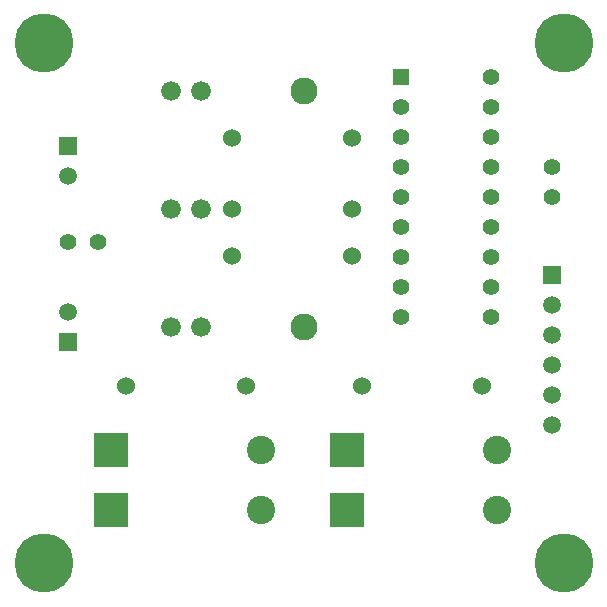
<source format=gbs>
G04 (created by PCBNEW (2013-07-07 BZR 4022)-stable) date 2015/03/10 23:26:39*
%MOIN*%
G04 Gerber Fmt 3.4, Leading zero omitted, Abs format*
%FSLAX34Y34*%
G01*
G70*
G90*
G04 APERTURE LIST*
%ADD10C,0.00629921*%
%ADD11C,0.09*%
%ADD12C,0.066*%
%ADD13C,0.0944882*%
%ADD14R,0.11811X0.11811*%
%ADD15C,0.19685*%
%ADD16R,0.055X0.055*%
%ADD17C,0.055*%
%ADD18C,0.06*%
%ADD19R,0.0590551X0.0590551*%
%ADD20C,0.0590551*%
G04 APERTURE END LIST*
G54D10*
G54D11*
X49212Y-22440D03*
X49212Y-30314D03*
G54D12*
X45775Y-30314D03*
X44775Y-30314D03*
X45775Y-26377D03*
X44775Y-26377D03*
X45775Y-22440D03*
X44775Y-22440D03*
G54D13*
X55649Y-34433D03*
X55649Y-36433D03*
G54D14*
X50649Y-34433D03*
X50649Y-36433D03*
G54D13*
X47775Y-34433D03*
X47775Y-36433D03*
G54D14*
X42775Y-34433D03*
X42775Y-36433D03*
G54D15*
X40551Y-38188D03*
X57874Y-38188D03*
X40551Y-20866D03*
X57874Y-20866D03*
G54D16*
X52437Y-21984D03*
G54D17*
X52437Y-22984D03*
X52437Y-23984D03*
X52437Y-24984D03*
X52437Y-25984D03*
X52437Y-26984D03*
X52437Y-27984D03*
X52437Y-28984D03*
X52437Y-29984D03*
X55437Y-29984D03*
X55437Y-28984D03*
X55437Y-27984D03*
X55437Y-26984D03*
X55437Y-25984D03*
X55437Y-24984D03*
X55437Y-23984D03*
X55437Y-22984D03*
X55437Y-21984D03*
G54D18*
X47275Y-32283D03*
X43275Y-32283D03*
X55149Y-32283D03*
X51149Y-32283D03*
X50818Y-27952D03*
X46818Y-27952D03*
X50818Y-26377D03*
X46818Y-26377D03*
X50818Y-24015D03*
X46818Y-24015D03*
G54D17*
X57480Y-24992D03*
X57480Y-25992D03*
X41350Y-27480D03*
X42350Y-27480D03*
G54D19*
X57480Y-28602D03*
G54D20*
X57480Y-29602D03*
X57480Y-30602D03*
X57480Y-31602D03*
X57480Y-32602D03*
X57480Y-33602D03*
G54D19*
X41338Y-24303D03*
G54D20*
X41338Y-25303D03*
G54D19*
X41338Y-30814D03*
G54D20*
X41338Y-29814D03*
M02*

</source>
